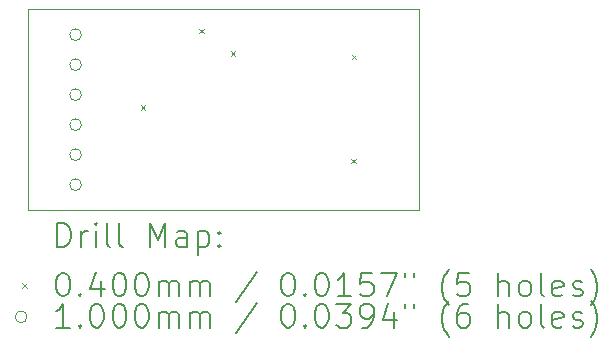
<source format=gbr>
%FSLAX45Y45*%
G04 Gerber Fmt 4.5, Leading zero omitted, Abs format (unit mm)*
G04 Created by KiCad (PCBNEW (6.0.5)) date 2024-01-21 09:53:14*
%MOMM*%
%LPD*%
G01*
G04 APERTURE LIST*
%TA.AperFunction,Profile*%
%ADD10C,0.100000*%
%TD*%
%ADD11C,0.200000*%
%ADD12C,0.040000*%
%ADD13C,0.100000*%
G04 APERTURE END LIST*
D10*
X12636500Y-8902700D02*
X15951200Y-8902700D01*
X15951200Y-8902700D02*
X15951200Y-10604500D01*
X15951200Y-10604500D02*
X12636500Y-10604500D01*
X12636500Y-10604500D02*
X12636500Y-8902700D01*
D11*
D12*
X13594400Y-9720900D02*
X13634400Y-9760900D01*
X13634400Y-9720900D02*
X13594400Y-9760900D01*
X14089700Y-9073200D02*
X14129700Y-9113200D01*
X14129700Y-9073200D02*
X14089700Y-9113200D01*
X14356400Y-9263700D02*
X14396400Y-9303700D01*
X14396400Y-9263700D02*
X14356400Y-9303700D01*
X15376900Y-10173600D02*
X15416900Y-10213600D01*
X15416900Y-10173600D02*
X15376900Y-10213600D01*
X15380600Y-9293600D02*
X15420600Y-9333600D01*
X15420600Y-9293600D02*
X15380600Y-9333600D01*
D13*
X13092800Y-9124400D02*
G75*
G03*
X13092800Y-9124400I-50000J0D01*
G01*
X13092800Y-9378400D02*
G75*
G03*
X13092800Y-9378400I-50000J0D01*
G01*
X13092800Y-9632400D02*
G75*
G03*
X13092800Y-9632400I-50000J0D01*
G01*
X13092800Y-9886400D02*
G75*
G03*
X13092800Y-9886400I-50000J0D01*
G01*
X13092800Y-10140400D02*
G75*
G03*
X13092800Y-10140400I-50000J0D01*
G01*
X13092800Y-10394400D02*
G75*
G03*
X13092800Y-10394400I-50000J0D01*
G01*
D11*
X12889119Y-10919976D02*
X12889119Y-10719976D01*
X12936738Y-10719976D01*
X12965309Y-10729500D01*
X12984357Y-10748548D01*
X12993881Y-10767595D01*
X13003405Y-10805690D01*
X13003405Y-10834262D01*
X12993881Y-10872357D01*
X12984357Y-10891405D01*
X12965309Y-10910452D01*
X12936738Y-10919976D01*
X12889119Y-10919976D01*
X13089119Y-10919976D02*
X13089119Y-10786643D01*
X13089119Y-10824738D02*
X13098643Y-10805690D01*
X13108167Y-10796167D01*
X13127214Y-10786643D01*
X13146262Y-10786643D01*
X13212928Y-10919976D02*
X13212928Y-10786643D01*
X13212928Y-10719976D02*
X13203405Y-10729500D01*
X13212928Y-10739024D01*
X13222452Y-10729500D01*
X13212928Y-10719976D01*
X13212928Y-10739024D01*
X13336738Y-10919976D02*
X13317690Y-10910452D01*
X13308167Y-10891405D01*
X13308167Y-10719976D01*
X13441500Y-10919976D02*
X13422452Y-10910452D01*
X13412928Y-10891405D01*
X13412928Y-10719976D01*
X13670071Y-10919976D02*
X13670071Y-10719976D01*
X13736738Y-10862833D01*
X13803405Y-10719976D01*
X13803405Y-10919976D01*
X13984357Y-10919976D02*
X13984357Y-10815214D01*
X13974833Y-10796167D01*
X13955786Y-10786643D01*
X13917690Y-10786643D01*
X13898643Y-10796167D01*
X13984357Y-10910452D02*
X13965309Y-10919976D01*
X13917690Y-10919976D01*
X13898643Y-10910452D01*
X13889119Y-10891405D01*
X13889119Y-10872357D01*
X13898643Y-10853310D01*
X13917690Y-10843786D01*
X13965309Y-10843786D01*
X13984357Y-10834262D01*
X14079595Y-10786643D02*
X14079595Y-10986643D01*
X14079595Y-10796167D02*
X14098643Y-10786643D01*
X14136738Y-10786643D01*
X14155786Y-10796167D01*
X14165309Y-10805690D01*
X14174833Y-10824738D01*
X14174833Y-10881881D01*
X14165309Y-10900929D01*
X14155786Y-10910452D01*
X14136738Y-10919976D01*
X14098643Y-10919976D01*
X14079595Y-10910452D01*
X14260548Y-10900929D02*
X14270071Y-10910452D01*
X14260548Y-10919976D01*
X14251024Y-10910452D01*
X14260548Y-10900929D01*
X14260548Y-10919976D01*
X14260548Y-10796167D02*
X14270071Y-10805690D01*
X14260548Y-10815214D01*
X14251024Y-10805690D01*
X14260548Y-10796167D01*
X14260548Y-10815214D01*
D12*
X12591500Y-11229500D02*
X12631500Y-11269500D01*
X12631500Y-11229500D02*
X12591500Y-11269500D01*
D11*
X12927214Y-11139976D02*
X12946262Y-11139976D01*
X12965309Y-11149500D01*
X12974833Y-11159024D01*
X12984357Y-11178071D01*
X12993881Y-11216167D01*
X12993881Y-11263786D01*
X12984357Y-11301881D01*
X12974833Y-11320928D01*
X12965309Y-11330452D01*
X12946262Y-11339976D01*
X12927214Y-11339976D01*
X12908167Y-11330452D01*
X12898643Y-11320928D01*
X12889119Y-11301881D01*
X12879595Y-11263786D01*
X12879595Y-11216167D01*
X12889119Y-11178071D01*
X12898643Y-11159024D01*
X12908167Y-11149500D01*
X12927214Y-11139976D01*
X13079595Y-11320928D02*
X13089119Y-11330452D01*
X13079595Y-11339976D01*
X13070071Y-11330452D01*
X13079595Y-11320928D01*
X13079595Y-11339976D01*
X13260548Y-11206643D02*
X13260548Y-11339976D01*
X13212928Y-11130452D02*
X13165309Y-11273309D01*
X13289119Y-11273309D01*
X13403405Y-11139976D02*
X13422452Y-11139976D01*
X13441500Y-11149500D01*
X13451024Y-11159024D01*
X13460548Y-11178071D01*
X13470071Y-11216167D01*
X13470071Y-11263786D01*
X13460548Y-11301881D01*
X13451024Y-11320928D01*
X13441500Y-11330452D01*
X13422452Y-11339976D01*
X13403405Y-11339976D01*
X13384357Y-11330452D01*
X13374833Y-11320928D01*
X13365309Y-11301881D01*
X13355786Y-11263786D01*
X13355786Y-11216167D01*
X13365309Y-11178071D01*
X13374833Y-11159024D01*
X13384357Y-11149500D01*
X13403405Y-11139976D01*
X13593881Y-11139976D02*
X13612928Y-11139976D01*
X13631976Y-11149500D01*
X13641500Y-11159024D01*
X13651024Y-11178071D01*
X13660548Y-11216167D01*
X13660548Y-11263786D01*
X13651024Y-11301881D01*
X13641500Y-11320928D01*
X13631976Y-11330452D01*
X13612928Y-11339976D01*
X13593881Y-11339976D01*
X13574833Y-11330452D01*
X13565309Y-11320928D01*
X13555786Y-11301881D01*
X13546262Y-11263786D01*
X13546262Y-11216167D01*
X13555786Y-11178071D01*
X13565309Y-11159024D01*
X13574833Y-11149500D01*
X13593881Y-11139976D01*
X13746262Y-11339976D02*
X13746262Y-11206643D01*
X13746262Y-11225690D02*
X13755786Y-11216167D01*
X13774833Y-11206643D01*
X13803405Y-11206643D01*
X13822452Y-11216167D01*
X13831976Y-11235214D01*
X13831976Y-11339976D01*
X13831976Y-11235214D02*
X13841500Y-11216167D01*
X13860548Y-11206643D01*
X13889119Y-11206643D01*
X13908167Y-11216167D01*
X13917690Y-11235214D01*
X13917690Y-11339976D01*
X14012928Y-11339976D02*
X14012928Y-11206643D01*
X14012928Y-11225690D02*
X14022452Y-11216167D01*
X14041500Y-11206643D01*
X14070071Y-11206643D01*
X14089119Y-11216167D01*
X14098643Y-11235214D01*
X14098643Y-11339976D01*
X14098643Y-11235214D02*
X14108167Y-11216167D01*
X14127214Y-11206643D01*
X14155786Y-11206643D01*
X14174833Y-11216167D01*
X14184357Y-11235214D01*
X14184357Y-11339976D01*
X14574833Y-11130452D02*
X14403405Y-11387595D01*
X14831976Y-11139976D02*
X14851024Y-11139976D01*
X14870071Y-11149500D01*
X14879595Y-11159024D01*
X14889119Y-11178071D01*
X14898643Y-11216167D01*
X14898643Y-11263786D01*
X14889119Y-11301881D01*
X14879595Y-11320928D01*
X14870071Y-11330452D01*
X14851024Y-11339976D01*
X14831976Y-11339976D01*
X14812928Y-11330452D01*
X14803405Y-11320928D01*
X14793881Y-11301881D01*
X14784357Y-11263786D01*
X14784357Y-11216167D01*
X14793881Y-11178071D01*
X14803405Y-11159024D01*
X14812928Y-11149500D01*
X14831976Y-11139976D01*
X14984357Y-11320928D02*
X14993881Y-11330452D01*
X14984357Y-11339976D01*
X14974833Y-11330452D01*
X14984357Y-11320928D01*
X14984357Y-11339976D01*
X15117690Y-11139976D02*
X15136738Y-11139976D01*
X15155786Y-11149500D01*
X15165309Y-11159024D01*
X15174833Y-11178071D01*
X15184357Y-11216167D01*
X15184357Y-11263786D01*
X15174833Y-11301881D01*
X15165309Y-11320928D01*
X15155786Y-11330452D01*
X15136738Y-11339976D01*
X15117690Y-11339976D01*
X15098643Y-11330452D01*
X15089119Y-11320928D01*
X15079595Y-11301881D01*
X15070071Y-11263786D01*
X15070071Y-11216167D01*
X15079595Y-11178071D01*
X15089119Y-11159024D01*
X15098643Y-11149500D01*
X15117690Y-11139976D01*
X15374833Y-11339976D02*
X15260548Y-11339976D01*
X15317690Y-11339976D02*
X15317690Y-11139976D01*
X15298643Y-11168548D01*
X15279595Y-11187595D01*
X15260548Y-11197119D01*
X15555786Y-11139976D02*
X15460548Y-11139976D01*
X15451024Y-11235214D01*
X15460548Y-11225690D01*
X15479595Y-11216167D01*
X15527214Y-11216167D01*
X15546262Y-11225690D01*
X15555786Y-11235214D01*
X15565309Y-11254262D01*
X15565309Y-11301881D01*
X15555786Y-11320928D01*
X15546262Y-11330452D01*
X15527214Y-11339976D01*
X15479595Y-11339976D01*
X15460548Y-11330452D01*
X15451024Y-11320928D01*
X15631976Y-11139976D02*
X15765309Y-11139976D01*
X15679595Y-11339976D01*
X15831976Y-11139976D02*
X15831976Y-11178071D01*
X15908167Y-11139976D02*
X15908167Y-11178071D01*
X16203405Y-11416167D02*
X16193881Y-11406643D01*
X16174833Y-11378071D01*
X16165309Y-11359024D01*
X16155786Y-11330452D01*
X16146262Y-11282833D01*
X16146262Y-11244738D01*
X16155786Y-11197119D01*
X16165309Y-11168548D01*
X16174833Y-11149500D01*
X16193881Y-11120929D01*
X16203405Y-11111405D01*
X16374833Y-11139976D02*
X16279595Y-11139976D01*
X16270071Y-11235214D01*
X16279595Y-11225690D01*
X16298643Y-11216167D01*
X16346262Y-11216167D01*
X16365309Y-11225690D01*
X16374833Y-11235214D01*
X16384357Y-11254262D01*
X16384357Y-11301881D01*
X16374833Y-11320928D01*
X16365309Y-11330452D01*
X16346262Y-11339976D01*
X16298643Y-11339976D01*
X16279595Y-11330452D01*
X16270071Y-11320928D01*
X16622452Y-11339976D02*
X16622452Y-11139976D01*
X16708167Y-11339976D02*
X16708167Y-11235214D01*
X16698643Y-11216167D01*
X16679595Y-11206643D01*
X16651024Y-11206643D01*
X16631976Y-11216167D01*
X16622452Y-11225690D01*
X16831976Y-11339976D02*
X16812929Y-11330452D01*
X16803405Y-11320928D01*
X16793881Y-11301881D01*
X16793881Y-11244738D01*
X16803405Y-11225690D01*
X16812929Y-11216167D01*
X16831976Y-11206643D01*
X16860548Y-11206643D01*
X16879595Y-11216167D01*
X16889119Y-11225690D01*
X16898643Y-11244738D01*
X16898643Y-11301881D01*
X16889119Y-11320928D01*
X16879595Y-11330452D01*
X16860548Y-11339976D01*
X16831976Y-11339976D01*
X17012929Y-11339976D02*
X16993881Y-11330452D01*
X16984357Y-11311405D01*
X16984357Y-11139976D01*
X17165310Y-11330452D02*
X17146262Y-11339976D01*
X17108167Y-11339976D01*
X17089119Y-11330452D01*
X17079595Y-11311405D01*
X17079595Y-11235214D01*
X17089119Y-11216167D01*
X17108167Y-11206643D01*
X17146262Y-11206643D01*
X17165310Y-11216167D01*
X17174833Y-11235214D01*
X17174833Y-11254262D01*
X17079595Y-11273309D01*
X17251024Y-11330452D02*
X17270071Y-11339976D01*
X17308167Y-11339976D01*
X17327214Y-11330452D01*
X17336738Y-11311405D01*
X17336738Y-11301881D01*
X17327214Y-11282833D01*
X17308167Y-11273309D01*
X17279595Y-11273309D01*
X17260548Y-11263786D01*
X17251024Y-11244738D01*
X17251024Y-11235214D01*
X17260548Y-11216167D01*
X17279595Y-11206643D01*
X17308167Y-11206643D01*
X17327214Y-11216167D01*
X17403405Y-11416167D02*
X17412929Y-11406643D01*
X17431976Y-11378071D01*
X17441500Y-11359024D01*
X17451024Y-11330452D01*
X17460548Y-11282833D01*
X17460548Y-11244738D01*
X17451024Y-11197119D01*
X17441500Y-11168548D01*
X17431976Y-11149500D01*
X17412929Y-11120929D01*
X17403405Y-11111405D01*
D13*
X12631500Y-11513500D02*
G75*
G03*
X12631500Y-11513500I-50000J0D01*
G01*
D11*
X12993881Y-11603976D02*
X12879595Y-11603976D01*
X12936738Y-11603976D02*
X12936738Y-11403976D01*
X12917690Y-11432548D01*
X12898643Y-11451595D01*
X12879595Y-11461119D01*
X13079595Y-11584928D02*
X13089119Y-11594452D01*
X13079595Y-11603976D01*
X13070071Y-11594452D01*
X13079595Y-11584928D01*
X13079595Y-11603976D01*
X13212928Y-11403976D02*
X13231976Y-11403976D01*
X13251024Y-11413500D01*
X13260548Y-11423024D01*
X13270071Y-11442071D01*
X13279595Y-11480167D01*
X13279595Y-11527786D01*
X13270071Y-11565881D01*
X13260548Y-11584928D01*
X13251024Y-11594452D01*
X13231976Y-11603976D01*
X13212928Y-11603976D01*
X13193881Y-11594452D01*
X13184357Y-11584928D01*
X13174833Y-11565881D01*
X13165309Y-11527786D01*
X13165309Y-11480167D01*
X13174833Y-11442071D01*
X13184357Y-11423024D01*
X13193881Y-11413500D01*
X13212928Y-11403976D01*
X13403405Y-11403976D02*
X13422452Y-11403976D01*
X13441500Y-11413500D01*
X13451024Y-11423024D01*
X13460548Y-11442071D01*
X13470071Y-11480167D01*
X13470071Y-11527786D01*
X13460548Y-11565881D01*
X13451024Y-11584928D01*
X13441500Y-11594452D01*
X13422452Y-11603976D01*
X13403405Y-11603976D01*
X13384357Y-11594452D01*
X13374833Y-11584928D01*
X13365309Y-11565881D01*
X13355786Y-11527786D01*
X13355786Y-11480167D01*
X13365309Y-11442071D01*
X13374833Y-11423024D01*
X13384357Y-11413500D01*
X13403405Y-11403976D01*
X13593881Y-11403976D02*
X13612928Y-11403976D01*
X13631976Y-11413500D01*
X13641500Y-11423024D01*
X13651024Y-11442071D01*
X13660548Y-11480167D01*
X13660548Y-11527786D01*
X13651024Y-11565881D01*
X13641500Y-11584928D01*
X13631976Y-11594452D01*
X13612928Y-11603976D01*
X13593881Y-11603976D01*
X13574833Y-11594452D01*
X13565309Y-11584928D01*
X13555786Y-11565881D01*
X13546262Y-11527786D01*
X13546262Y-11480167D01*
X13555786Y-11442071D01*
X13565309Y-11423024D01*
X13574833Y-11413500D01*
X13593881Y-11403976D01*
X13746262Y-11603976D02*
X13746262Y-11470643D01*
X13746262Y-11489690D02*
X13755786Y-11480167D01*
X13774833Y-11470643D01*
X13803405Y-11470643D01*
X13822452Y-11480167D01*
X13831976Y-11499214D01*
X13831976Y-11603976D01*
X13831976Y-11499214D02*
X13841500Y-11480167D01*
X13860548Y-11470643D01*
X13889119Y-11470643D01*
X13908167Y-11480167D01*
X13917690Y-11499214D01*
X13917690Y-11603976D01*
X14012928Y-11603976D02*
X14012928Y-11470643D01*
X14012928Y-11489690D02*
X14022452Y-11480167D01*
X14041500Y-11470643D01*
X14070071Y-11470643D01*
X14089119Y-11480167D01*
X14098643Y-11499214D01*
X14098643Y-11603976D01*
X14098643Y-11499214D02*
X14108167Y-11480167D01*
X14127214Y-11470643D01*
X14155786Y-11470643D01*
X14174833Y-11480167D01*
X14184357Y-11499214D01*
X14184357Y-11603976D01*
X14574833Y-11394452D02*
X14403405Y-11651595D01*
X14831976Y-11403976D02*
X14851024Y-11403976D01*
X14870071Y-11413500D01*
X14879595Y-11423024D01*
X14889119Y-11442071D01*
X14898643Y-11480167D01*
X14898643Y-11527786D01*
X14889119Y-11565881D01*
X14879595Y-11584928D01*
X14870071Y-11594452D01*
X14851024Y-11603976D01*
X14831976Y-11603976D01*
X14812928Y-11594452D01*
X14803405Y-11584928D01*
X14793881Y-11565881D01*
X14784357Y-11527786D01*
X14784357Y-11480167D01*
X14793881Y-11442071D01*
X14803405Y-11423024D01*
X14812928Y-11413500D01*
X14831976Y-11403976D01*
X14984357Y-11584928D02*
X14993881Y-11594452D01*
X14984357Y-11603976D01*
X14974833Y-11594452D01*
X14984357Y-11584928D01*
X14984357Y-11603976D01*
X15117690Y-11403976D02*
X15136738Y-11403976D01*
X15155786Y-11413500D01*
X15165309Y-11423024D01*
X15174833Y-11442071D01*
X15184357Y-11480167D01*
X15184357Y-11527786D01*
X15174833Y-11565881D01*
X15165309Y-11584928D01*
X15155786Y-11594452D01*
X15136738Y-11603976D01*
X15117690Y-11603976D01*
X15098643Y-11594452D01*
X15089119Y-11584928D01*
X15079595Y-11565881D01*
X15070071Y-11527786D01*
X15070071Y-11480167D01*
X15079595Y-11442071D01*
X15089119Y-11423024D01*
X15098643Y-11413500D01*
X15117690Y-11403976D01*
X15251024Y-11403976D02*
X15374833Y-11403976D01*
X15308167Y-11480167D01*
X15336738Y-11480167D01*
X15355786Y-11489690D01*
X15365309Y-11499214D01*
X15374833Y-11518262D01*
X15374833Y-11565881D01*
X15365309Y-11584928D01*
X15355786Y-11594452D01*
X15336738Y-11603976D01*
X15279595Y-11603976D01*
X15260548Y-11594452D01*
X15251024Y-11584928D01*
X15470071Y-11603976D02*
X15508167Y-11603976D01*
X15527214Y-11594452D01*
X15536738Y-11584928D01*
X15555786Y-11556357D01*
X15565309Y-11518262D01*
X15565309Y-11442071D01*
X15555786Y-11423024D01*
X15546262Y-11413500D01*
X15527214Y-11403976D01*
X15489119Y-11403976D01*
X15470071Y-11413500D01*
X15460548Y-11423024D01*
X15451024Y-11442071D01*
X15451024Y-11489690D01*
X15460548Y-11508738D01*
X15470071Y-11518262D01*
X15489119Y-11527786D01*
X15527214Y-11527786D01*
X15546262Y-11518262D01*
X15555786Y-11508738D01*
X15565309Y-11489690D01*
X15736738Y-11470643D02*
X15736738Y-11603976D01*
X15689119Y-11394452D02*
X15641500Y-11537309D01*
X15765309Y-11537309D01*
X15831976Y-11403976D02*
X15831976Y-11442071D01*
X15908167Y-11403976D02*
X15908167Y-11442071D01*
X16203405Y-11680167D02*
X16193881Y-11670643D01*
X16174833Y-11642071D01*
X16165309Y-11623024D01*
X16155786Y-11594452D01*
X16146262Y-11546833D01*
X16146262Y-11508738D01*
X16155786Y-11461119D01*
X16165309Y-11432548D01*
X16174833Y-11413500D01*
X16193881Y-11384928D01*
X16203405Y-11375405D01*
X16365309Y-11403976D02*
X16327214Y-11403976D01*
X16308167Y-11413500D01*
X16298643Y-11423024D01*
X16279595Y-11451595D01*
X16270071Y-11489690D01*
X16270071Y-11565881D01*
X16279595Y-11584928D01*
X16289119Y-11594452D01*
X16308167Y-11603976D01*
X16346262Y-11603976D01*
X16365309Y-11594452D01*
X16374833Y-11584928D01*
X16384357Y-11565881D01*
X16384357Y-11518262D01*
X16374833Y-11499214D01*
X16365309Y-11489690D01*
X16346262Y-11480167D01*
X16308167Y-11480167D01*
X16289119Y-11489690D01*
X16279595Y-11499214D01*
X16270071Y-11518262D01*
X16622452Y-11603976D02*
X16622452Y-11403976D01*
X16708167Y-11603976D02*
X16708167Y-11499214D01*
X16698643Y-11480167D01*
X16679595Y-11470643D01*
X16651024Y-11470643D01*
X16631976Y-11480167D01*
X16622452Y-11489690D01*
X16831976Y-11603976D02*
X16812929Y-11594452D01*
X16803405Y-11584928D01*
X16793881Y-11565881D01*
X16793881Y-11508738D01*
X16803405Y-11489690D01*
X16812929Y-11480167D01*
X16831976Y-11470643D01*
X16860548Y-11470643D01*
X16879595Y-11480167D01*
X16889119Y-11489690D01*
X16898643Y-11508738D01*
X16898643Y-11565881D01*
X16889119Y-11584928D01*
X16879595Y-11594452D01*
X16860548Y-11603976D01*
X16831976Y-11603976D01*
X17012929Y-11603976D02*
X16993881Y-11594452D01*
X16984357Y-11575405D01*
X16984357Y-11403976D01*
X17165310Y-11594452D02*
X17146262Y-11603976D01*
X17108167Y-11603976D01*
X17089119Y-11594452D01*
X17079595Y-11575405D01*
X17079595Y-11499214D01*
X17089119Y-11480167D01*
X17108167Y-11470643D01*
X17146262Y-11470643D01*
X17165310Y-11480167D01*
X17174833Y-11499214D01*
X17174833Y-11518262D01*
X17079595Y-11537309D01*
X17251024Y-11594452D02*
X17270071Y-11603976D01*
X17308167Y-11603976D01*
X17327214Y-11594452D01*
X17336738Y-11575405D01*
X17336738Y-11565881D01*
X17327214Y-11546833D01*
X17308167Y-11537309D01*
X17279595Y-11537309D01*
X17260548Y-11527786D01*
X17251024Y-11508738D01*
X17251024Y-11499214D01*
X17260548Y-11480167D01*
X17279595Y-11470643D01*
X17308167Y-11470643D01*
X17327214Y-11480167D01*
X17403405Y-11680167D02*
X17412929Y-11670643D01*
X17431976Y-11642071D01*
X17441500Y-11623024D01*
X17451024Y-11594452D01*
X17460548Y-11546833D01*
X17460548Y-11508738D01*
X17451024Y-11461119D01*
X17441500Y-11432548D01*
X17431976Y-11413500D01*
X17412929Y-11384928D01*
X17403405Y-11375405D01*
M02*

</source>
